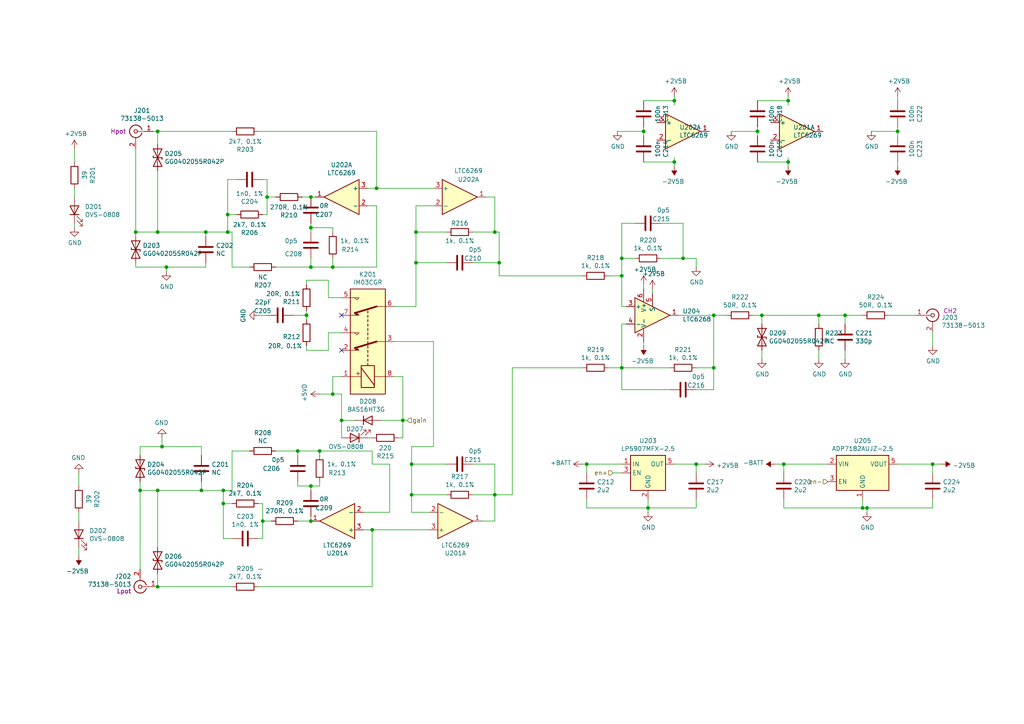
<source format=kicad_sch>
(kicad_sch (version 20211123) (generator eeschema)
  (paper "A4")
  (lib_symbols
    (symbol "Connector:Conn_Coaxial" (pin_names (offset 1.016) hide)
      (property "Reference" "J" (at 0.254 3.048 0))
      (property "Value" "Conn_Coaxial" (at 2.921 0 90))
      (symbol "Conn_Coaxial_0_1"
        (arc (start -1.778 -0.508) (mid 0.222 -1.808) (end 1.778 0) (stroke (width 0.254)))
        (polyline (pts (xy -2.54 0) (xy -0.508 0)))
        (polyline (pts (xy 0 -2.54) (xy 0 -1.778)))
        (circle (center 0 0) (radius 0.508) (stroke (width 0.2032)))
        (arc (start 1.778 0) (mid 0.2221 1.8083) (end -1.778 0.508) (stroke (width 0.254)))
      )
      (symbol "Conn_Coaxial_1_1"
        (pin passive line (at -5.08 0 0) (length 2.54) (name "In") (number "1"))
        (pin passive line (at 0 -5.08 90) (length 2.54) (name "Ext") (number "2"))
      )
    )
    (symbol "Device:C" (pin_numbers hide) (pin_names (offset 0.254))
      (property "Reference" "C" (at 0.635 2.54 0))
      (property "Value" "C" (at 0.635 -2.54 0))
      (symbol "C_0_1"
        (polyline (pts (xy -2.032 -0.762) (xy 2.032 -0.762)) (stroke (width 0.508)))
        (polyline (pts (xy -2.032 0.762) (xy 2.032 0.762)) (stroke (width 0.508)))
      )
      (symbol "C_1_1"
        (pin passive line (at 0 3.81 270) (length 2.794) (name "~") (number "1"))
        (pin passive line (at 0 -3.81 90) (length 2.794) (name "~") (number "2"))
      )
    )
    (symbol "Device:D" (pin_numbers hide) (pin_names (offset 1.016) hide)
      (property "Reference" "D" (at 0 2.54 0))
      (property "Value" "D" (at 0 -2.54 0))
      (symbol "D_0_1"
        (polyline (pts (xy -1.27 1.27) (xy -1.27 -1.27)) (stroke (width 0.254)))
        (polyline (pts (xy 1.27 0) (xy -1.27 0)))
        (polyline (pts (xy 1.27 1.27) (xy 1.27 -1.27) (xy -1.27 0) (xy 1.27 1.27)) (stroke (width 0.254)))
      )
      (symbol "D_1_1"
        (pin passive line (at -3.81 0 0) (length 2.54) (name "K") (number "1"))
        (pin passive line (at 3.81 0 180) (length 2.54) (name "A") (number "2"))
      )
    )
    (symbol "Device:D_TVS" (pin_numbers hide) (pin_names (offset 1.016) hide)
      (property "Reference" "D" (at 0 2.54 0))
      (property "Value" "D_TVS" (at 0 -2.54 0))
      (symbol "D_TVS_0_1"
        (polyline (pts (xy 1.27 0) (xy -1.27 0)))
        (polyline (pts (xy 0.508 1.27) (xy 0 1.27) (xy 0 -1.27) (xy -0.508 -1.27)) (stroke (width 0.254)))
        (polyline (pts (xy -2.54 1.27) (xy -2.54 -1.27) (xy 2.54 1.27) (xy 2.54 -1.27) (xy -2.54 1.27)) (stroke (width 0.254)))
      )
      (symbol "D_TVS_1_1"
        (pin passive line (at -3.81 0 0) (length 2.54) (name "A1") (number "1"))
        (pin passive line (at 3.81 0 180) (length 2.54) (name "A2") (number "2"))
      )
    )
    (symbol "Device:LED" (pin_numbers hide) (pin_names (offset 1.016) hide)
      (property "Reference" "D" (at 0 2.54 0))
      (property "Value" "LED" (at 0 -2.54 0))
      (symbol "LED_0_1"
        (polyline (pts (xy -1.27 -1.27) (xy -1.27 1.27)) (stroke (width 0.254)))
        (polyline (pts (xy -1.27 0) (xy 1.27 0)))
        (polyline (pts (xy 1.27 -1.27) (xy 1.27 1.27) (xy -1.27 0) (xy 1.27 -1.27)) (stroke (width 0.254)))
        (polyline (pts (xy -3.048 -0.762) (xy -4.572 -2.286) (xy -3.81 -2.286) (xy -4.572 -2.286) (xy -4.572 -1.524)))
        (polyline (pts (xy -1.778 -0.762) (xy -3.302 -2.286) (xy -2.54 -2.286) (xy -3.302 -2.286) (xy -3.302 -1.524)))
      )
      (symbol "LED_1_1"
        (pin passive line (at -3.81 0 0) (length 2.54) (name "K") (number "1"))
        (pin passive line (at 3.81 0 180) (length 2.54) (name "A") (number "2"))
      )
    )
    (symbol "Device:R" (pin_numbers hide) (pin_names (offset 0))
      (property "Reference" "R" (at 2.032 0 90))
      (property "Value" "R" (at 0 0 90))
      (symbol "R_0_1"
        (rectangle (start -1.016 -2.54) (end 1.016 2.54) (stroke (width 0.254)))
      )
      (symbol "R_1_1"
        (pin passive line (at 0 3.81 270) (length 1.27) (name "~") (number "1"))
        (pin passive line (at 0 -3.81 90) (length 1.27) (name "~") (number "2"))
      )
    )
    (symbol "Regulator_Linear:ADP7182AUJZ-2.5"
      (property "Reference" "U" (at 0 -7.62 0))
      (property "Value" "ADP7182AUJZ-2.5" (at 0 -6.35 0))
      (symbol "ADP7182AUJZ-2.5_0_1"
        (rectangle (start -7.62 5.08) (end 7.62 -5.08) (stroke (width 0.254)) (fill (type background)))
      )
      (symbol "ADP7182AUJZ-2.5_1_1"
        (pin power_in line (at 0 7.62 270) (length 2.54) (name "GND") (number "1"))
        (pin power_in line (at -10.16 -2.54 0) (length 2.54) (name "VIN") (number "2"))
        (pin input line (at -10.16 2.54 0) (length 2.54) (name "EN") (number "3"))
        (pin no_connect line (at 7.62 0 180) (length 2.54) hide (name "NC") (number "4"))
        (pin power_out line (at 10.16 -2.54 180) (length 2.54) (name "VOUT") (number "5"))
      )
    )
    (symbol "Regulator_Linear:LP5907MFX-2.5"
      (property "Reference" "U" (at -3.81 6.35 0))
      (property "Value" "LP5907MFX-2.5" (at 6.35 6.35 0))
      (symbol "LP5907MFX-2.5_0_1"
        (rectangle (start -5.08 -5.08) (end 5.08 5.08) (stroke (width 0.254)) (fill (type background)))
        (pin power_in line (at -7.62 2.54 0) (length 2.54) (name "IN") (number "1"))
        (pin power_in line (at 0 -7.62 90) (length 2.54) (name "GND") (number "2"))
        (pin input line (at -7.62 0 0) (length 2.54) (name "EN") (number "3"))
        (pin no_connect line (at 5.08 0 180) (length 2.54) hide (name "NC") (number "4"))
        (pin power_out line (at 7.62 2.54 180) (length 2.54) (name "OUT") (number "5"))
      )
    )
    (symbol "power:+5VD" (power) (pin_names (offset 0))
      (property "Value" "+5VD" (at 0 3.556 0))
      (symbol "+5VD_0_1"
        (polyline (pts (xy -0.762 1.27) (xy 0 2.54)))
        (polyline (pts (xy 0 0) (xy 0 2.54)))
        (polyline (pts (xy 0 2.54) (xy 0.762 1.27)))
      )
      (symbol "+5VD_1_1"
        (pin power_in line (at 0 0 90) (length 0) hide (name "+5VD") (number "1"))
      )
    )
    (symbol "power:+BATT" (power) (pin_names (offset 0))
      (property "Value" "+BATT" (at 0 3.556 0))
      (symbol "+BATT_0_1"
        (polyline (pts (xy -0.762 1.27) (xy 0 2.54)))
        (polyline (pts (xy 0 0) (xy 0 2.54)))
        (polyline (pts (xy 0 2.54) (xy 0.762 1.27)))
      )
      (symbol "+BATT_1_1"
        (pin power_in line (at 0 0 90) (length 0) hide (name "+BATT") (number "1"))
      )
    )
    (symbol "power:-BATT" (power) (pin_names (offset 0))
      (property "Value" "-BATT" (at 0 3.556 0))
      (symbol "-BATT_0_1"
        (polyline (pts (xy 0 0) (xy 0 2.54)))
        (polyline (pts (xy 0.762 1.27) (xy -0.762 1.27) (xy 0 2.54) (xy 0.762 1.27)) (fill (type outline)))
      )
      (symbol "-BATT_1_1"
        (pin power_in line (at 0 0 90) (length 0) hide (name "-BATT") (number "1"))
      )
    )
    (symbol "power:GND" (power) (pin_names (offset 0))
      (property "Value" "GND" (at 0 -3.81 0))
      (symbol "GND_0_1"
        (polyline (pts (xy 0 0) (xy 0 -1.27) (xy 1.27 -1.27) (xy 0 -2.54) (xy -1.27 -1.27) (xy 0 -1.27)))
      )
      (symbol "GND_1_1"
        (pin power_in line (at 0 0 270) (length 0) hide (name "GND") (number "1"))
      )
    )
    (symbol "tiepieLCR:+2V5B" (power) (pin_names (offset 0))
      (property "Value" "+2V5B" (at 0 3.556 0))
      (symbol "+2V5B_0_1"
        (polyline (pts (xy -0.762 1.27) (xy 0 2.54)))
        (polyline (pts (xy 0 0) (xy 0 2.54)))
        (polyline (pts (xy 0 2.54) (xy 0.762 1.27)))
      )
      (symbol "+2V5B_1_1"
        (pin power_in line (at 0 0 90) (length 0) hide (name "+2V5B") (number "1"))
      )
    )
    (symbol "tiepieLCR:-2V5B" (power) (pin_names (offset 0))
      (property "Value" "-2V5B" (at 0 3.81 0))
      (symbol "-2V5B_0_0"
        (pin power_in line (at 0 0 90) (length 0) hide (name "-2V5B") (number "1"))
      )
      (symbol "-2V5B_0_1"
        (polyline (pts (xy 0 0) (xy 0 1.27) (xy 0.762 1.27) (xy 0 2.54) (xy -0.762 1.27) (xy 0 1.27)) (fill (type outline)))
      )
    )
    (symbol "tiepieLCR:1462039-4"
      (property "Reference" "K" (at 16.51 3.81 0))
      (property "Value" "1462039-4" (at 16.51 1.27 0))
      (symbol "1462039-4_0_0"
        (text "+" (at -9.271 2.921 0) (effects (font (size 1.27 1.27))))
      )
      (symbol "1462039-4_0_1"
        (rectangle (start -15.24 5.08) (end 15.24 -5.08) (stroke (width 0.254)) (fill (type background)))
        (rectangle (start -13.335 1.905) (end -6.985 -1.905) (stroke (width 0.254)))
        (polyline (pts (xy -12.7 -1.905) (xy -7.62 1.905)) (stroke (width 0.254)))
        (polyline (pts (xy -10.16 -5.08) (xy -10.16 -1.905)))
        (polyline (pts (xy -10.16 5.08) (xy -10.16 1.905)))
        (polyline (pts (xy -6.985 0) (xy -6.35 0)) (stroke (width 0.254)))
        (polyline (pts (xy -5.715 0) (xy -5.08 0)) (stroke (width 0.254)))
        (polyline (pts (xy -4.445 0) (xy -3.81 0)) (stroke (width 0.254)))
        (polyline (pts (xy -3.175 0) (xy -2.54 0)) (stroke (width 0.254)))
        (polyline (pts (xy -1.905 0) (xy -1.27 0)) (stroke (width 0.254)))
        (polyline (pts (xy -0.635 0) (xy 0 0)) (stroke (width 0.254)))
        (polyline (pts (xy 0 -2.54) (xy -1.905 3.81)) (stroke (width 0.508)))
        (polyline (pts (xy 0 -2.54) (xy 0 -5.08)))
        (polyline (pts (xy 0.635 0) (xy 1.27 0)) (stroke (width 0.254)))
        (polyline (pts (xy 1.905 0) (xy 2.54 0)) (stroke (width 0.254)))
        (polyline (pts (xy 3.175 0) (xy 3.81 0)) (stroke (width 0.254)))
        (polyline (pts (xy 4.445 0) (xy 5.08 0)) (stroke (width 0.254)))
        (polyline (pts (xy 5.715 0) (xy 6.35 0)) (stroke (width 0.254)))
        (polyline (pts (xy 6.985 0) (xy 7.62 0)) (stroke (width 0.254)))
        (polyline (pts (xy 8.255 0) (xy 8.89 0)) (stroke (width 0.254)))
        (polyline (pts (xy 10.16 -2.54) (xy 8.255 3.81)) (stroke (width 0.508)))
        (polyline (pts (xy 10.16 -2.54) (xy 10.16 -5.08)))
        (polyline (pts (xy -2.54 5.08) (xy -2.54 2.54) (xy -1.905 3.175) (xy -2.54 3.81)) (fill (type outline)))
        (polyline (pts (xy 2.54 5.08) (xy 2.54 2.54) (xy 1.905 3.175) (xy 2.54 3.81)))
        (polyline (pts (xy 7.62 5.08) (xy 7.62 2.54) (xy 8.255 3.175) (xy 7.62 3.81)) (fill (type outline)))
        (polyline (pts (xy 12.7 5.08) (xy 12.7 2.54) (xy 12.065 3.175) (xy 12.7 3.81)))
      )
      (symbol "1462039-4_1_1"
        (pin passive line (at -10.16 7.62 270) (length 2.54) (name "~") (number "1"))
        (pin passive line (at -2.54 7.62 270) (length 2.54) (name "~") (number "2"))
        (pin passive line (at 0 -7.62 90) (length 2.54) (name "~") (number "3"))
        (pin passive line (at 2.54 7.62 270) (length 2.54) (name "~") (number "4"))
        (pin passive line (at 12.7 7.62 270) (length 2.54) (name "~") (number "5"))
        (pin passive line (at 10.16 -7.62 90) (length 2.54) (name "~") (number "6"))
        (pin passive line (at 7.62 7.62 270) (length 2.54) (name "~") (number "7"))
        (pin passive line (at -10.16 -7.62 90) (length 2.54) (name "~") (number "8"))
      )
    )
    (symbol "tiepieLCR:LTC6268" (pin_names (offset 0.127))
      (property "Reference" "U" (at 1.27 6.35 0))
      (property "Value" "LTC6268" (at 1.27 3.81 0))
      (symbol "LTC6268_0_1"
        (polyline (pts (xy -5.08 5.08) (xy 5.08 0) (xy -5.08 -5.08) (xy -5.08 5.08)) (stroke (width 0.254)) (fill (type background)))
        (pin power_in line (at -2.54 -7.62 90) (length 3.81) (name "V-") (number "2"))
        (pin power_in line (at -2.54 7.62 270) (length 3.81) (name "V+") (number "6"))
      )
      (symbol "LTC6268_1_1"
        (pin output line (at 7.62 0 180) (length 2.54) (name "~") (number "1"))
        (pin input line (at -7.62 2.54 0) (length 2.54) (name "+") (number "3"))
        (pin input line (at -7.62 -2.54 0) (length 2.54) (name "-") (number "4"))
        (pin power_in line (at 0 6.35 270) (length 3.81) (name "S") (number "5"))
      )
    )
    (symbol "tiepieLCR:LTC6269" (pin_names (offset 0.127))
      (property "Reference" "U" (at 0 5.08 0))
      (property "Value" "LTC6269" (at 0 -5.08 0))
      (symbol "LTC6269_1_1"
        (polyline (pts (xy -5.08 5.08) (xy 5.08 0) (xy -5.08 -5.08) (xy -5.08 5.08)) (stroke (width 0.254)) (fill (type background)))
        (pin output line (at 7.62 0 180) (length 2.54) (name "~") (number "1"))
        (pin input line (at -7.62 -2.54 0) (length 2.54) (name "-") (number "2"))
        (pin input line (at -7.62 2.54 0) (length 2.54) (name "+") (number "3"))
      )
      (symbol "LTC6269_2_1"
        (polyline (pts (xy -5.08 5.08) (xy 5.08 0) (xy -5.08 -5.08) (xy -5.08 5.08)) (stroke (width 0.254)) (fill (type background)))
        (pin input line (at -7.62 2.54 0) (length 2.54) (name "+") (number "5"))
        (pin input line (at -7.62 -2.54 0) (length 2.54) (name "-") (number "6"))
        (pin output line (at 7.62 0 180) (length 2.54) (name "~") (number "7"))
      )
      (symbol "LTC6269_3_1"
        (pin power_in line (at -2.54 -7.62 90) (length 3.81) (name "V-") (number "4"))
        (pin power_in line (at -2.54 7.62 270) (length 3.81) (name "V+") (number "8"))
      )
    )
    (symbol "tiepieLCR:LTC6269-10" (pin_names (offset 0.127))
      (property "Reference" "U" (at 0 5.08 0))
      (property "Value" "LTC6269-10" (at 0 -5.08 0))
      (symbol "LTC6269-10_1_1"
        (polyline (pts (xy -5.08 5.08) (xy 5.08 0) (xy -5.08 -5.08) (xy -5.08 5.08)) (stroke (width 0.254)) (fill (type background)))
        (pin output line (at 7.62 0 180) (length 2.54) (name "~") (number "1"))
        (pin input line (at -7.62 -2.54 0) (length 2.54) (name "-") (number "2"))
        (pin input line (at -7.62 2.54 0) (length 2.54) (name "+") (number "3"))
      )
      (symbol "LTC6269-10_2_1"
        (polyline (pts (xy -5.08 5.08) (xy 5.08 0) (xy -5.08 -5.08) (xy -5.08 5.08)) (stroke (width 0.254)) (fill (type background)))
        (pin input line (at -7.62 2.54 0) (length 2.54) (name "+") (number "5"))
        (pin input line (at -7.62 -2.54 0) (length 2.54) (name "-") (number "6"))
        (pin output line (at 7.62 0 180) (length 2.54) (name "~") (number "7"))
      )
      (symbol "LTC6269-10_3_1"
        (pin power_in line (at -2.54 -7.62 90) (length 3.81) (name "V-") (number "4"))
        (pin power_in line (at -2.54 7.62 270) (length 3.81) (name "V+") (number "8"))
      )
    )
  )
  (junction (at 144.78 76.2))
  (junction (at 77.47 57.15))
  (junction (at 64.77 142.24))
  (junction (at 228.6 46.99))
  (junction (at 45.72 38.1))
  (junction (at 228.6 29.21))
  (junction (at 45.72 170.18))
  (junction (at 237.49 91.44))
  (junction (at 180.34 80.01))
  (junction (at 86.36 130.81))
  (junction (at 88.9 91.44))
  (junction (at 45.72 67.31))
  (junction (at 40.64 142.24))
  (junction (at 260.35 38.1))
  (junction (at 180.34 74.93))
  (junction (at 90.17 77.47))
  (junction (at 143.51 67.31))
  (junction (at 219.71 38.1))
  (junction (at 48.26 77.47))
  (junction (at 207.01 106.68))
  (junction (at 90.17 57.15))
  (junction (at 180.34 106.68))
  (junction (at 120.65 76.2))
  (junction (at 245.11 91.44))
  (junction (at 96.52 77.47))
  (junction (at 39.37 67.31))
  (junction (at 120.65 67.31))
  (junction (at 107.95 153.67))
  (junction (at 90.17 66.04))
  (junction (at 201.93 134.62))
  (junction (at 58.42 142.24))
  (junction (at 119.38 143.51))
  (junction (at 170.18 134.62))
  (junction (at 207.01 91.44))
  (junction (at 220.98 91.44))
  (junction (at 227.33 134.62))
  (junction (at 195.58 46.99))
  (junction (at 250.19 147.32))
  (junction (at 64.77 146.05))
  (junction (at 195.58 29.21))
  (junction (at 270.51 134.62))
  (junction (at 96.52 114.3))
  (junction (at 143.51 143.51))
  (junction (at 90.17 140.97))
  (junction (at 76.2 151.13))
  (junction (at 92.71 130.81))
  (junction (at 66.04 62.23))
  (junction (at 119.38 134.62))
  (junction (at 45.72 142.24))
  (junction (at 90.17 151.13))
  (junction (at 251.46 147.32))
  (junction (at 187.96 147.32))
  (junction (at 99.06 121.92))
  (junction (at 59.69 67.31))
  (junction (at 46.99 129.54))
  (junction (at 198.12 74.93))
  (junction (at 116.84 121.92))
  (junction (at 109.22 54.61))
  (junction (at 186.69 38.1))
  (junction (at 66.04 67.31))
  (no_connect (at 99.06 101.6))
  (no_connect (at 99.06 91.44))
  (wire (pts (xy 77.47 57.15) (xy 80.01 57.15)))
  (wire (pts (xy 107.95 134.62) (xy 107.95 130.81)))
  (wire (pts (xy 170.18 134.62) (xy 180.34 134.62)))
  (wire (pts (xy 115.57 127) (xy 116.84 127)))
  (wire (pts (xy 48.26 77.47) (xy 59.69 77.47)))
  (wire (pts (xy 186.69 100.33) (xy 186.69 99.06)))
  (wire (pts (xy 113.03 134.62) (xy 113.03 148.59)))
  (wire (pts (xy 189.23 83.82) (xy 189.23 85.09)))
  (wire (pts (xy 22.86 151.13) (xy 22.86 148.59)))
  (wire (pts (xy 90.17 142.24) (xy 90.17 140.97)))
  (wire (pts (xy 95.25 86.36) (xy 95.25 81.28)))
  (wire (pts (xy 119.38 148.59) (xy 124.46 148.59)))
  (wire (pts (xy 64.77 146.05) (xy 64.77 156.21)))
  (wire (pts (xy 66.04 62.23) (xy 66.04 52.07)))
  (wire (pts (xy 66.04 52.07) (xy 68.58 52.07)))
  (wire (pts (xy 260.35 46.99) (xy 260.35 48.26)))
  (wire (pts (xy 90.17 140.97) (xy 92.71 140.97)))
  (wire (pts (xy 120.65 67.31) (xy 129.54 67.31)))
  (wire (pts (xy 181.61 93.98) (xy 180.34 93.98)))
  (wire (pts (xy 67.31 142.24) (xy 64.77 142.24)))
  (wire (pts (xy 96.52 109.22) (xy 99.06 109.22)))
  (wire (pts (xy 92.71 130.81) (xy 107.95 130.81)))
  (wire (pts (xy 186.69 38.1) (xy 186.69 39.37)))
  (wire (pts (xy 45.72 158.75) (xy 45.72 142.24)))
  (wire (pts (xy 21.59 64.77) (xy 21.59 66.04)))
  (wire (pts (xy 270.51 96.52) (xy 270.51 100.33)))
  (wire (pts (xy 144.78 80.01) (xy 144.78 76.2)))
  (wire (pts (xy 143.51 143.51) (xy 148.59 143.51)))
  (wire (pts (xy 86.36 140.97) (xy 90.17 140.97)))
  (wire (pts (xy 45.72 67.31) (xy 59.69 67.31)))
  (wire (pts (xy 218.44 91.44) (xy 220.98 91.44)))
  (wire (pts (xy 86.36 140.97) (xy 86.36 139.7)))
  (wire (pts (xy 228.6 29.21) (xy 228.6 27.94)))
  (wire (pts (xy 120.65 67.31) (xy 120.65 76.2)))
  (wire (pts (xy 124.46 153.67) (xy 107.95 153.67)))
  (wire (pts (xy 201.93 106.68) (xy 207.01 106.68)))
  (wire (pts (xy 180.34 74.93) (xy 184.15 74.93)))
  (wire (pts (xy 77.47 57.15) (xy 77.47 52.07)))
  (wire (pts (xy 186.69 38.1) (xy 179.07 38.1)))
  (wire (pts (xy 181.61 88.9) (xy 180.34 88.9)))
  (wire (pts (xy 270.51 134.62) (xy 270.51 137.16)))
  (wire (pts (xy 77.47 62.23) (xy 77.47 57.15)))
  (wire (pts (xy 99.06 127) (xy 99.06 121.92)))
  (wire (pts (xy 40.64 129.54) (xy 40.64 132.08)))
  (wire (pts (xy 90.17 67.31) (xy 90.17 66.04)))
  (wire (pts (xy 201.93 147.32) (xy 187.96 147.32)))
  (wire (pts (xy 270.51 144.78) (xy 270.51 147.32)))
  (wire (pts (xy 96.52 77.47) (xy 90.17 77.47)))
  (wire (pts (xy 76.2 156.21) (xy 74.93 156.21)))
  (wire (pts (xy 228.6 46.99) (xy 228.6 48.26)))
  (wire (pts (xy 237.49 91.44) (xy 237.49 93.98)))
  (wire (pts (xy 58.42 129.54) (xy 58.42 132.08)))
  (wire (pts (xy 90.17 66.04) (xy 90.17 64.77)))
  (wire (pts (xy 114.3 109.22) (xy 116.84 109.22)))
  (wire (pts (xy 95.25 81.28) (xy 88.9 81.28)))
  (wire (pts (xy 45.72 170.18) (xy 67.31 170.18)))
  (wire (pts (xy 219.71 36.83) (xy 219.71 38.1)))
  (wire (pts (xy 260.35 134.62) (xy 270.51 134.62)))
  (wire (pts (xy 59.69 67.31) (xy 66.04 67.31)))
  (wire (pts (xy 180.34 93.98) (xy 180.34 106.68)))
  (wire (pts (xy 180.34 106.68) (xy 194.31 106.68)))
  (wire (pts (xy 201.93 144.78) (xy 201.93 147.32)))
  (wire (pts (xy 45.72 38.1) (xy 67.31 38.1)))
  (wire (pts (xy 148.59 106.68) (xy 168.91 106.68)))
  (wire (pts (xy 170.18 147.32) (xy 187.96 147.32)))
  (wire (pts (xy 227.33 147.32) (xy 250.19 147.32)))
  (wire (pts (xy 119.38 134.62) (xy 119.38 143.51)))
  (wire (pts (xy 96.52 114.3) (xy 92.71 114.3)))
  (wire (pts (xy 22.86 158.75) (xy 22.86 161.29)))
  (wire (pts (xy 88.9 100.33) (xy 88.9 101.6)))
  (wire (pts (xy 195.58 46.99) (xy 186.69 46.99)))
  (wire (pts (xy 137.16 134.62) (xy 143.51 134.62)))
  (wire (pts (xy 96.52 74.93) (xy 96.52 77.47)))
  (wire (pts (xy 88.9 92.71) (xy 88.9 91.44)))
  (wire (pts (xy 46.99 129.54) (xy 58.42 129.54)))
  (wire (pts (xy 99.06 121.92) (xy 102.87 121.92)))
  (wire (pts (xy 95.25 86.36) (xy 99.06 86.36)))
  (wire (pts (xy 22.86 140.97) (xy 22.86 137.16)))
  (wire (pts (xy 45.72 49.53) (xy 45.72 67.31)))
  (wire (pts (xy 109.22 54.61) (xy 109.22 38.1)))
  (wire (pts (xy 90.17 57.15) (xy 91.44 57.15)))
  (wire (pts (xy 260.35 36.83) (xy 260.35 38.1)))
  (wire (pts (xy 143.51 134.62) (xy 143.51 143.51)))
  (wire (pts (xy 228.6 30.48) (xy 228.6 29.21)))
  (wire (pts (xy 144.78 80.01) (xy 168.91 80.01)))
  (wire (pts (xy 96.52 114.3) (xy 96.52 109.22)))
  (wire (pts (xy 198.12 64.77) (xy 198.12 74.93)))
  (wire (pts (xy 186.69 29.21) (xy 195.58 29.21)))
  (wire (pts (xy 95.25 101.6) (xy 95.25 96.52)))
  (wire (pts (xy 196.85 91.44) (xy 207.01 91.44)))
  (wire (pts (xy 251.46 148.59) (xy 251.46 147.32)))
  (wire (pts (xy 245.11 101.6) (xy 245.11 104.14)))
  (wire (pts (xy 224.79 134.62) (xy 227.33 134.62)))
  (wire (pts (xy 86.36 151.13) (xy 90.17 151.13)))
  (wire (pts (xy 260.35 38.1) (xy 252.73 38.1)))
  (wire (pts (xy 250.19 91.44) (xy 245.11 91.44)))
  (wire (pts (xy 74.93 170.18) (xy 107.95 170.18)))
  (wire (pts (xy 137.16 143.51) (xy 143.51 143.51)))
  (wire (pts (xy 116.84 121.92) (xy 118.11 121.92)))
  (wire (pts (xy 195.58 45.72) (xy 195.58 46.99)))
  (wire (pts (xy 144.78 76.2) (xy 144.78 67.31)))
  (wire (pts (xy 21.59 46.99) (xy 21.59 43.18)))
  (wire (pts (xy 77.47 52.07) (xy 76.2 52.07)))
  (wire (pts (xy 90.17 74.93) (xy 90.17 77.47)))
  (wire (pts (xy 180.34 106.68) (xy 180.34 113.03)))
  (wire (pts (xy 125.73 99.06) (xy 125.73 129.54)))
  (wire (pts (xy 220.98 91.44) (xy 237.49 91.44)))
  (wire (pts (xy 99.06 96.52) (xy 95.25 96.52)))
  (wire (pts (xy 39.37 68.58) (xy 39.37 67.31)))
  (wire (pts (xy 201.93 113.03) (xy 207.01 113.03)))
  (wire (pts (xy 137.16 76.2) (xy 144.78 76.2)))
  (wire (pts (xy 129.54 143.51) (xy 119.38 143.51)))
  (wire (pts (xy 59.69 68.58) (xy 59.69 67.31)))
  (wire (pts (xy 40.64 139.7) (xy 40.64 142.24)))
  (wire (pts (xy 237.49 91.44) (xy 245.11 91.44)))
  (wire (pts (xy 67.31 146.05) (xy 64.77 146.05)))
  (wire (pts (xy 110.49 121.92) (xy 116.84 121.92)))
  (wire (pts (xy 195.58 134.62) (xy 201.93 134.62)))
  (wire (pts (xy 137.16 67.31) (xy 143.51 67.31)))
  (wire (pts (xy 86.36 130.81) (xy 92.71 130.81)))
  (wire (pts (xy 187.96 144.78) (xy 187.96 147.32)))
  (wire (pts (xy 105.41 148.59) (xy 113.03 148.59)))
  (wire (pts (xy 120.65 59.69) (xy 120.65 67.31)))
  (wire (pts (xy 186.69 82.55) (xy 186.69 83.82)))
  (wire (pts (xy 180.34 88.9) (xy 180.34 80.01)))
  (wire (pts (xy 107.95 153.67) (xy 107.95 170.18)))
  (wire (pts (xy 195.58 46.99) (xy 195.58 48.26)))
  (wire (pts (xy 92.71 140.97) (xy 92.71 139.7)))
  (wire (pts (xy 64.77 156.21) (xy 67.31 156.21)))
  (wire (pts (xy 68.58 62.23) (xy 66.04 62.23)))
  (wire (pts (xy 120.65 59.69) (xy 125.73 59.69)))
  (wire (pts (xy 180.34 137.16) (xy 177.8 137.16)))
  (wire (pts (xy 143.51 67.31) (xy 143.51 57.15)))
  (wire (pts (xy 77.47 91.44) (xy 74.93 91.44)))
  (wire (pts (xy 251.46 147.32) (xy 270.51 147.32)))
  (wire (pts (xy 40.64 165.1) (xy 40.64 142.24)))
  (wire (pts (xy 109.22 77.47) (xy 109.22 59.69)))
  (wire (pts (xy 66.04 67.31) (xy 67.31 67.31)))
  (wire (pts (xy 90.17 66.04) (xy 96.52 66.04)))
  (wire (pts (xy 219.71 38.1) (xy 212.09 38.1)))
  (wire (pts (xy 59.69 77.47) (xy 59.69 76.2)))
  (wire (pts (xy 170.18 144.78) (xy 170.18 147.32)))
  (wire (pts (xy 66.04 67.31) (xy 66.04 62.23)))
  (wire (pts (xy 80.01 77.47) (xy 90.17 77.47)))
  (wire (pts (xy 87.63 57.15) (xy 90.17 57.15)))
  (wire (pts (xy 85.09 91.44) (xy 88.9 91.44)))
  (wire (pts (xy 207.01 91.44) (xy 207.01 106.68)))
  (wire (pts (xy 219.71 29.21) (xy 228.6 29.21)))
  (wire (pts (xy 237.49 101.6) (xy 237.49 104.14)))
  (wire (pts (xy 88.9 101.6) (xy 95.25 101.6)))
  (wire (pts (xy 58.42 139.7) (xy 58.42 142.24)))
  (wire (pts (xy 67.31 67.31) (xy 67.31 77.47)))
  (wire (pts (xy 170.18 137.16) (xy 170.18 134.62)))
  (wire (pts (xy 227.33 144.78) (xy 227.33 147.32)))
  (wire (pts (xy 64.77 142.24) (xy 64.77 146.05)))
  (wire (pts (xy 67.31 77.47) (xy 72.39 77.47)))
  (wire (pts (xy 45.72 38.1) (xy 44.45 38.1)))
  (wire (pts (xy 191.77 74.93) (xy 198.12 74.93)))
  (wire (pts (xy 120.65 76.2) (xy 120.65 88.9)))
  (wire (pts (xy 265.43 91.44) (xy 257.81 91.44)))
  (wire (pts (xy 143.51 57.15) (xy 140.97 57.15)))
  (wire (pts (xy 106.68 59.69) (xy 109.22 59.69)))
  (wire (pts (xy 125.73 54.61) (xy 109.22 54.61)))
  (wire (pts (xy 227.33 134.62) (xy 240.03 134.62)))
  (wire (pts (xy 186.69 36.83) (xy 186.69 38.1)))
  (wire (pts (xy 39.37 77.47) (xy 48.26 77.47)))
  (wire (pts (xy 74.93 146.05) (xy 76.2 146.05)))
  (wire (pts (xy 39.37 43.18) (xy 39.37 67.31)))
  (wire (pts (xy 180.34 74.93) (xy 180.34 64.77)))
  (wire (pts (xy 176.53 106.68) (xy 180.34 106.68)))
  (wire (pts (xy 39.37 76.2) (xy 39.37 77.47)))
  (wire (pts (xy 125.73 129.54) (xy 119.38 129.54)))
  (wire (pts (xy 76.2 151.13) (xy 76.2 156.21)))
  (wire (pts (xy 201.93 77.47) (xy 201.93 74.93)))
  (wire (pts (xy 109.22 77.47) (xy 96.52 77.47)))
  (wire (pts (xy 99.06 114.3) (xy 99.06 121.92)))
  (wire (pts (xy 74.93 165.1) (xy 76.2 165.1)))
  (wire (pts (xy 198.12 74.93) (xy 201.93 74.93)))
  (wire (pts (xy 116.84 109.22) (xy 116.84 121.92)))
  (wire (pts (xy 119.38 129.54) (xy 119.38 134.62)))
  (wire (pts (xy 148.59 106.68) (xy 148.59 143.51)))
  (wire (pts (xy 67.31 130.81) (xy 67.31 142.24)))
  (wire (pts (xy 220.98 101.6) (xy 220.98 104.14)))
  (wire (pts (xy 180.34 80.01) (xy 180.34 74.93)))
  (wire (pts (xy 250.19 147.32) (xy 251.46 147.32)))
  (wire (pts (xy 116.84 121.92) (xy 116.84 127)))
  (wire (pts (xy 58.42 142.24) (xy 64.77 142.24)))
  (wire (pts (xy 168.91 134.62) (xy 170.18 134.62)))
  (wire (pts (xy 143.51 151.13) (xy 139.7 151.13)))
  (wire (pts (xy 260.35 38.1) (xy 260.35 39.37)))
  (wire (pts (xy 80.01 130.81) (xy 86.36 130.81)))
  (wire (pts (xy 144.78 67.31) (xy 143.51 67.31)))
  (wire (pts (xy 143.51 143.51) (xy 143.51 151.13)))
  (wire (pts (xy 228.6 46.99) (xy 219.71 46.99)))
  (wire (pts (xy 201.93 134.62) (xy 204.47 134.62)))
  (wire (pts (xy 45.72 41.91) (xy 45.72 38.1)))
  (wire (pts (xy 219.71 38.1) (xy 219.71 39.37)))
  (wire (pts (xy 109.22 54.61) (xy 106.68 54.61)))
  (wire (pts (xy 86.36 130.81) (xy 86.36 132.08)))
  (wire (pts (xy 270.51 134.62) (xy 273.05 134.62)))
  (wire (pts (xy 45.72 166.37) (xy 45.72 170.18)))
  (wire (pts (xy 227.33 134.62) (xy 227.33 137.16)))
  (wire (pts (xy 113.03 134.62) (xy 107.95 134.62)))
  (wire (pts (xy 72.39 130.81) (xy 67.31 130.81)))
  (wire (pts (xy 220.98 93.98) (xy 220.98 91.44)))
  (wire (pts (xy 88.9 91.44) (xy 88.9 90.17)))
  (wire (pts (xy 129.54 134.62) (xy 119.38 134.62)))
  (wire (pts (xy 45.72 142.24) (xy 58.42 142.24)))
  (wire (pts (xy 180.34 113.03) (xy 194.31 113.03)))
  (wire (pts (xy 245.11 93.98) (xy 245.11 91.44)))
  (wire (pts (xy 106.68 127) (xy 107.95 127)))
  (wire (pts (xy 180.34 64.77) (xy 184.15 64.77)))
  (wire (pts (xy 39.37 67.31) (xy 45.72 67.31)))
  (wire (pts (xy 250.19 144.78) (xy 250.19 147.32)))
  (wire (pts (xy 260.35 29.21) (xy 260.35 27.94)))
  (wire (pts (xy 195.58 30.48) (xy 195.58 29.21)))
  (wire (pts (xy 74.93 38.1) (xy 109.22 38.1)))
  (wire (pts (xy 114.3 88.9) (xy 120.65 88.9)))
  (wire (pts (xy 40.64 129.54) (xy 46.99 129.54)))
  (wire (pts (xy 119.38 143.51) (xy 119.38 148.59)))
  (wire (pts (xy 207.01 113.03) (xy 207.01 106.68)))
  (wire (pts (xy 114.3 99.06) (xy 125.73 99.06)))
  (wire (pts (xy 129.54 76.2) (xy 120.65 76.2)))
  (wire (pts (xy 21.59 57.15) (xy 21.59 54.61)))
  (wire (pts (xy 48.26 78.74) (xy 48.26 77.47)))
  (wire (pts (xy 187.96 148.59) (xy 187.96 147.32)))
  (wire (pts (xy 96.52 114.3) (xy 99.06 114.3)))
  (wire (pts (xy 180.34 80.01) (xy 176.53 80.01)))
  (wire (pts (xy 92.71 132.08) (xy 92.71 130.81)))
  (wire (pts (xy 107.95 153.67) (xy 105.41 153.67)))
  (wire (pts (xy 76.2 151.13) (xy 78.74 151.13)))
  (wire (pts (xy 195.58 29.21) (xy 195.58 27.94)))
  (wire (pts (xy 46.99 127) (xy 46.99 129.54)))
  (wire (pts (xy 76.2 62.23) (xy 77.47 62.23)))
  (wire (pts (xy 201.93 137.16) (xy 201.93 134.62)))
  (wire (pts (xy 90.17 149.86) (xy 90.17 151.13)))
  (wire (pts (xy 96.52 67.31) (xy 96.52 66.04)))
  (wire (pts (xy 228.6 45.72) (xy 228.6 46.99)))
  (wire (pts (xy 40.64 142.24) (xy 45.72 142.24)))
  (wire (pts (xy 88.9 81.28) (xy 88.9 82.55)))
  (wire (pts (xy 76.2 146.05) (xy 76.2 151.13)))
  (wire (pts (xy 207.01 91.44) (xy 210.82 91.44)))
  (wire (pts (xy 191.77 64.77) (xy 198.12 64.77)))
  (hierarchical_label "gain" (shape input) (at 118.11 121.92 0))
  (hierarchical_label "en-" (shape input) (at 240.03 139.7 180))
  (hierarchical_label "en+" (shape input) (at 177.8 137.16 180))
  (symbol (lib_id "tiepieLCR:+2V5B") (at 195.58 27.94 0) (unit 1)
    (property "Reference" "#PWR0215" (effects hide))
    (property "Value" "+2V5B" (at 195.961 23.5458 0))
  )
  (symbol (lib_id "tiepieLCR:+2V5B") (at 260.35 27.94 0) (unit 1)
    (property "Reference" "#PWR0228" (effects hide))
    (property "Value" "+2V5B" (at 260.731 23.5458 0))
  )
  (symbol (lib_id "tiepieLCR:+2V5B") (at 228.6 27.94 0) (unit 1)
    (property "Reference" "#PWR0222" (effects hide))
    (property "Value" "+2V5B" (at 228.981 23.5458 0))
  )
  (symbol (lib_id "tiepieLCR:-2V5B") (at 195.58 48.26 180) (unit 1)
    (property "Reference" "#PWR0216" (effects hide))
    (property "Value" "-2V5B" (at 195.199 52.6542 0))
  )
  (symbol (lib_id "tiepieLCR:-2V5B") (at 228.6 48.26 180) (unit 1)
    (property "Reference" "#PWR0223" (effects hide))
    (property "Value" "-2V5B" (at 228.219 52.6542 0))
  )
  (symbol (lib_id "tiepieLCR:-2V5B") (at 260.35 48.26 180) (unit 1)
    (property "Reference" "#PWR0229" (effects hide))
    (property "Value" "-2V5B" (at 259.969 52.6542 0))
  )
  (symbol (lib_id "tiepieLCR:1462039-4") (at 106.68 99.06 90) (unit 1)
    (property "Reference" "K201" (at 106.68 79.5782 90))
    (property "Value" "IM03CGR" (at 106.68 81.8896 90))
    (property "Footprint" "tiepieLCR:1462039-4" (effects hide))
  )
  (symbol (lib_id "Device:R") (at 254 91.44 270) (unit 1)
    (property "Reference" "R224" (at 254 86.1822 90))
    (property "Value" "50R, 0.1%" (at 254 88.4936 90))
    (property "Footprint" "Resistor_SMD:R_0603_1608Metric" (effects hide))
    (property "Name" "RC0603JR-070RL" (effects hide))
  )
  (symbol (lib_id "power:+5VD") (at 92.71 114.3 90) (unit 1)
    (property "Reference" "#PWR0208" (effects hide))
    (property "Value" "+5VD" (at 88.3158 113.919 0))
  )
  (symbol (lib_id "tiepieLCR:LTC6269-10") (at 97.79 151.13 180)
    (property "Reference" "U201" (at 97.79 160.4518 0))
    (property "Value" "LTC6269" (at 97.79 158.1404 0))
    (property "Footprint" "Package_SO:MSOP-8_3x3mm_P0.65mm" (effects hide))
    (property "Datasheet" "http://www.ti.com/lit/ds/symlink/lm358.pdf" (effects hide))
  )
  (symbol (lib_id "tiepieLCR:LTC6269-10") (at 132.08 151.13 0) (mirror x)
    (property "Reference" "U201" (at 132.08 160.4518 0))
    (property "Value" "LTC6269" (at 132.08 158.1404 0))
    (property "Footprint" "Package_SO:MSOP-8_3x3mm_P0.65mm" (effects hide))
    (property "Datasheet" "http://www.ti.com/lit/ds/symlink/lm358.pdf" (effects hide))
  )
  (symbol (lib_id "Device:R") (at 88.9 86.36 180)
    (property "Reference" "R211" (at 87.122 87.5284 0) (effects (justify left)))
    (property "Value" "20R, 0.1%" (at 87.122 85.217 0) (effects (justify left)))
    (property "Footprint" "Resistor_SMD:R_0603_1608Metric_Pad1.05x0.95mm_HandSolder" (effects hide))
    (property "Name" "RT0603BRD0720RL" (effects hide))
  )
  (symbol (lib_id "Device:R") (at 133.35 67.31 270)
    (property "Reference" "R216" (at 133.35 64.77 90))
    (property "Value" "1k, 0.1%" (at 133.35 69.85 90))
    (property "Footprint" "Resistor_SMD:R_0603_1608Metric" (effects hide))
    (property "Name" "ERJ-PB3B1001V" (effects hide))
  )
  (symbol (lib_id "Device:R") (at 133.35 143.51 270)
    (property "Reference" "R217" (at 133.35 138.2522 90))
    (property "Value" "1k, 0.1%" (at 133.35 140.5636 90))
    (property "Footprint" "Resistor_SMD:R_0603_1608Metric" (effects hide))
    (property "Name" "ERJ-PB3B1001V" (effects hide))
  )
  (symbol (lib_id "tiepieLCR:LTC6269") (at 99.06 57.15 0) (mirror y)
    (property "Reference" "U202" (at 99.06 47.8282 0))
    (property "Value" "LTC6269" (at 99.06 50.1396 0))
    (property "Footprint" "Package_SO:MSOP-8_3x3mm_P0.65mm" (effects hide))
    (property "Datasheet" "http://www.ti.com/lit/ds/symlink/lm358.pdf" (effects hide))
  )
  (symbol (lib_id "tiepieLCR:LTC6269") (at 133.35 57.15 0)
    (property "Reference" "U202" (at 135.89 52.07 0))
    (property "Value" "LTC6269" (at 135.89 49.53 0))
    (property "Footprint" "Package_SO:MSOP-8_3x3mm_P0.65mm" (effects hide))
    (property "Datasheet" "http://www.ti.com/lit/ds/symlink/lm358.pdf" (effects hide))
  )
  (symbol (lib_id "Device:R") (at 71.12 146.05 270)
    (property "Reference" "R204" (at 71.12 140.7922 90))
    (property "Value" "2k7, 0.1%" (at 71.12 143.1036 90))
    (property "Footprint" "Resistor_SMD:R_0603_1608Metric_Pad1.05x0.95mm_HandSolder" (effects hide))
    (property "Name" "ERJ-PB3B2701V" (effects hide))
  )
  (symbol (lib_id "Device:R") (at 82.55 151.13 270)
    (property "Reference" "R209" (at 82.55 145.8722 90))
    (property "Value" "270R, 0.1%" (at 82.55 148.1836 90))
    (property "Footprint" "Resistor_SMD:R_0603_1608Metric_Pad1.05x0.95mm_HandSolder" (effects hide))
    (property "Name" "CRGCQ0603F270R" (effects hide))
  )
  (symbol (lib_id "Device:C") (at 71.12 156.21 270)
    (property "Reference" "C203" (at 71.12 149.8092 90))
    (property "Value" "1n0, 1%" (at 71.12 152.1206 90))
    (property "Footprint" "Capacitor_SMD:C_0603_1608Metric_Pad1.05x0.95mm_HandSolder" (effects hide))
    (property "Name" "GRM1885C1H102FA01J" (effects hide))
  )
  (symbol (lib_id "Device:R") (at 71.12 170.18 270)
    (property "Reference" "R205" (at 71.12 164.9222 90))
    (property "Value" "2k7, 0.1%" (at 71.12 167.2336 90))
    (property "Footprint" "Resistor_SMD:R_0603_1608Metric_Pad1.05x0.95mm_HandSolder" (effects hide))
    (property "Name" "ERJ-PB3B2701V" (effects hide))
  )
  (symbol (lib_id "Device:R") (at 72.39 62.23 270) (mirror x)
    (property "Reference" "R206" (at 72.39 67.4878 90))
    (property "Value" "2k7, 0.1%" (at 72.39 65.1764 90))
    (property "Footprint" "Resistor_SMD:R_0603_1608Metric_Pad1.05x0.95mm_HandSolder" (effects hide))
    (property "Name" "ERJ-PB3B2701V" (effects hide))
  )
  (symbol (lib_id "Device:R") (at 83.82 57.15 270) (mirror x)
    (property "Reference" "R210" (at 83.82 62.4078 90))
    (property "Value" "270R, 0.1%" (at 83.82 60.0964 90))
    (property "Footprint" "Resistor_SMD:R_0603_1608Metric_Pad1.05x0.95mm_HandSolder" (effects hide))
    (property "Name" "CRGCQ0603F270R" (effects hide))
  )
  (symbol (lib_id "Device:C") (at 72.39 52.07 270) (mirror x)
    (property "Reference" "C204" (at 72.39 58.4708 90))
    (property "Value" "1n0, 1%" (at 72.39 56.1594 90))
    (property "Footprint" "Capacitor_SMD:C_0603_1608Metric_Pad1.05x0.95mm_HandSolder" (effects hide))
    (property "Name" "GRM1885C1H102FA01J" (effects hide))
  )
  (symbol (lib_id "Device:C") (at 90.17 71.12 0) (mirror y)
    (property "Reference" "C208" (at 82.55 73.66 0) (effects (justify right)))
    (property "Value" "0p5" (at 82.55 69.85 0) (effects (justify right)))
    (property "Footprint" "Capacitor_SMD:C_0603_1608Metric_Pad1.05x0.95mm_HandSolder" (effects hide))
    (property "Name" "GRM1885C1H102FA01J" (effects hide))
  )
  (symbol (lib_id "Device:R") (at 71.12 38.1 270) (mirror x)
    (property "Reference" "R203" (at 71.12 43.3578 90))
    (property "Value" "2k7, 0.1%" (at 71.12 41.0464 90))
    (property "Footprint" "Resistor_SMD:R_0603_1608Metric_Pad1.05x0.95mm_HandSolder" (effects hide))
    (property "Name" "ERJ-PB3B2701V" (effects hide))
  )
  (symbol (lib_id "Connector:Conn_Coaxial") (at 40.64 170.18 180)
    (property "Reference" "J202" (at 38.1 167.1828 0) (effects (justify left)))
    (property "Value" "73138-5013" (at 38.1 169.4942 0) (effects (justify left)))
    (property "Footprint" "tiepieLCR:0731385033" (effects hide))
    (property "Datasheet" " ~" (effects hide))
    (property "Name" "Lpot" (at 38.1 171.45 0) (effects (justify left)))
  )
  (symbol (lib_id "Connector:Conn_Coaxial") (at 39.37 38.1 0) (mirror y)
    (property "Reference" "J201" (at 41.1988 32.0548 0))
    (property "Value" "73138-5013" (at 41.1988 34.3662 0))
    (property "Footprint" "tiepieLCR:0731385033" (effects hide))
    (property "Datasheet" " ~" (effects hide))
    (property "Name" "Hpot" (at 34.29 38.1 0))
  )
  (symbol (lib_id "Device:D_TVS") (at 39.37 72.39 270)
    (property "Reference" "D203" (at 41.3766 71.2216 90) (effects (justify left)))
    (property "Value" "GG0402055R042P" (at 41.3766 73.533 90) (effects (justify left)))
    (property "Footprint" "Diode_SMD:D_0402_1005Metric" (effects hide))
  )
  (symbol (lib_id "Device:C") (at 58.42 135.89 0)
    (property "Reference" "C201" (at 61.341 134.7216 0) (effects (justify left)))
    (property "Value" "NC" (at 61.341 137.033 0) (effects (justify left)))
    (property "Footprint" "Capacitor_SMD:C_0603_1608Metric_Pad1.05x0.95mm_HandSolder" (effects hide))
  )
  (symbol (lib_id "power:GND") (at 48.26 78.74 0)
    (property "Reference" "#PWR0206" (effects hide))
    (property "Value" "GND" (at 48.387 83.1342 0))
  )
  (symbol (lib_id "power:GND") (at 46.99 127 180)
    (property "Reference" "#PWR0205" (effects hide))
    (property "Value" "GND" (at 46.863 122.6058 0))
  )
  (symbol (lib_id "Device:C") (at 59.69 72.39 0)
    (property "Reference" "C202" (at 62.611 71.2216 0) (effects (justify left)))
    (property "Value" "NC" (at 62.611 73.533 0) (effects (justify left)))
    (property "Footprint" "Capacitor_SMD:C_0603_1608Metric_Pad1.05x0.95mm_HandSolder" (effects hide))
  )
  (symbol (lib_id "Device:R") (at 198.12 106.68 270)
    (property "Reference" "R221" (at 198.12 101.4222 90))
    (property "Value" "1k, 0.1%" (at 198.12 103.7336 90))
    (property "Footprint" "Resistor_SMD:R_0603_1608Metric" (effects hide))
    (property "Name" "ERJ-PB3B1001V" (effects hide))
  )
  (symbol (lib_id "Device:R") (at 172.72 106.68 270)
    (property "Reference" "R219" (at 172.72 101.4222 90))
    (property "Value" "1k, 0.1%" (at 172.72 103.7336 90))
    (property "Footprint" "Resistor_SMD:R_0603_1608Metric" (effects hide))
    (property "Name" "ERJ-PB3B1001V" (effects hide))
  )
  (symbol (lib_id "Device:R") (at 172.72 80.01 270)
    (property "Reference" "R218" (at 172.72 74.7522 90))
    (property "Value" "1k, 0.1%" (at 172.72 77.0636 90))
    (property "Footprint" "Resistor_SMD:R_0603_1608Metric" (effects hide))
    (property "Name" "ERJ-PB3B1001V" (effects hide))
  )
  (symbol (lib_id "Device:R") (at 187.96 74.93 270)
    (property "Reference" "R220" (at 187.96 69.6722 90))
    (property "Value" "1k, 0.1%" (at 187.96 71.9836 90))
    (property "Footprint" "Resistor_SMD:R_0603_1608Metric" (effects hide))
    (property "Name" "ERJ-PB3B1001V" (effects hide))
  )
  (symbol (lib_id "power:GND") (at 201.93 77.47 0)
    (property "Reference" "#PWR0217" (effects hide))
    (property "Value" "GND" (at 202.057 81.8642 0))
  )
  (symbol (lib_id "tiepieLCR:LTC6269-10") (at 231.14 38.1 0)
    (property "Reference" "U201" (at 230.0732 36.9316 0) (effects (justify left)))
    (property "Value" "LTC6269" (at 230.0732 39.243 0) (effects (justify left)))
    (property "Footprint" "Package_SO:MSOP-8_3x3mm_P0.65mm" (effects hide))
    (property "Datasheet" "http://www.ti.com/lit/ds/symlink/lm358.pdf" (effects hide))
  )
  (symbol (lib_id "Device:LED") (at 21.59 60.96 90) (unit 1)
    (property "Reference" "D201" (at 24.5872 59.9694 90) (effects (justify right)))
    (property "Value" "OVS-0808 " (at 24.5872 62.2808 90) (effects (justify right)))
    (property "Footprint" "LED_SMD:LED_0805_2012Metric" (effects hide))
  )
  (symbol (lib_id "power:GND") (at 21.59 66.04 0) (unit 1)
    (property "Reference" "#PWR0202" (effects hide))
    (property "Value" "GND" (at 21.717 70.4342 0))
  )
  (symbol (lib_id "Device:R") (at 21.59 50.8 180)
    (property "Reference" "R201" (at 26.8478 50.8 90))
    (property "Value" "39" (at 24.5364 50.8 90))
    (property "Footprint" "Resistor_SMD:R_0603_1608Metric_Pad1.05x0.95mm_HandSolder" (effects hide))
  )
  (symbol (lib_id "Connector:Conn_Coaxial") (at 270.51 91.44 0)
    (property "Reference" "J203" (at 273.05 92.075 0) (effects (justify left)))
    (property "Value" "73138-5013" (at 273.05 94.3864 0) (effects (justify left)))
    (property "Footprint" "tiepieLCR:0731385033" (effects hide))
    (property "Datasheet" " ~" (effects hide))
    (property "Name" "CH2" (at 275.59 90.17 0))
  )
  (symbol (lib_id "Regulator_Linear:LP5907MFX-2.5") (at 187.96 137.16 0) (unit 1)
    (property "Reference" "U203" (at 187.96 127.8382 0))
    (property "Value" "LP5907MFX-2.5" (at 187.96 130.1496 0))
    (property "Footprint" "Package_TO_SOT_SMD:SOT-23-5" (effects hide))
    (property "Datasheet" "http://www.ti.com/lit/ds/symlink/lp5907.pdf" (effects hide))
  )
  (symbol (lib_id "tiepieLCR:+2V5B") (at 21.59 43.18 0) (unit 1)
    (property "Reference" "#PWR0201" (effects hide))
    (property "Value" "+2V5B" (at 21.971 38.7858 0))
  )
  (symbol (lib_id "tiepieLCR:+2V5B") (at 204.47 134.62 270) (unit 1)
    (property "Reference" "#PWR0218" (effects hide))
    (property "Value" "+2V5B" (at 207.7212 135.001 90) (effects (justify left)))
  )
  (symbol (lib_id "tiepieLCR:-2V5B") (at 273.05 134.62 270) (unit 1)
    (property "Reference" "#PWR0231" (effects hide))
    (property "Value" "-2V5B" (at 276.3012 135.001 90) (effects (justify left)))
  )
  (symbol (lib_id "tiepieLCR:+2V5B") (at 186.69 82.55 0) (unit 1)
    (property "Reference" "#PWR0211" (effects hide))
    (property "Value" "+2V5B" (at 187.071 78.1558 0))
  )
  (symbol (lib_id "tiepieLCR:+2V5B") (at 189.23 83.82 0) (unit 1)
    (property "Reference" "#PWR0214" (effects hide))
    (property "Value" "+2V5B" (at 189.611 79.4258 0))
  )
  (symbol (lib_id "tiepieLCR:-2V5B") (at 186.69 100.33 180) (unit 1)
    (property "Reference" "#PWR0212" (effects hide))
    (property "Value" "-2V5B" (at 186.309 104.7242 0))
  )
  (symbol (lib_id "Device:LED") (at 22.86 154.94 90) (unit 1)
    (property "Reference" "D202" (at 25.8572 153.9494 90) (effects (justify right)))
    (property "Value" "OVS-0808 " (at 25.8572 156.2608 90) (effects (justify right)))
    (property "Footprint" "LED_SMD:LED_0805_2012Metric" (effects hide))
  )
  (symbol (lib_id "power:GND") (at 22.86 137.16 180) (unit 1)
    (property "Reference" "#PWR0203" (effects hide))
    (property "Value" "GND" (at 22.733 132.7658 0))
  )
  (symbol (lib_id "Device:R") (at 22.86 144.78 180)
    (property "Reference" "R202" (at 28.1178 144.78 90))
    (property "Value" "39" (at 25.8064 144.78 90))
    (property "Footprint" "Resistor_SMD:R_0603_1608Metric_Pad1.05x0.95mm_HandSolder" (effects hide))
  )
  (symbol (lib_id "power:GND") (at 270.51 100.33 0) (unit 1)
    (property "Reference" "#PWR0230" (effects hide))
    (property "Value" "GND" (at 270.637 104.7242 0))
  )
  (symbol (lib_id "Device:D_TVS") (at 40.64 135.89 270)
    (property "Reference" "D204" (at 42.6466 134.7216 90) (effects (justify left)))
    (property "Value" "GG0402055R042P" (at 42.6466 137.033 90) (effects (justify left)))
    (property "Footprint" "Diode_SMD:D_0402_1005Metric" (effects hide))
  )
  (symbol (lib_id "tiepieLCR:-2V5B") (at 22.86 161.29 180) (unit 1)
    (property "Reference" "#PWR0204" (effects hide))
    (property "Value" "-2V5B" (at 22.479 165.6842 0))
  )
  (symbol (lib_id "Device:C") (at 245.11 97.79 0) (unit 1)
    (property "Reference" "C221" (at 248.031 96.6216 0) (effects (justify left)))
    (property "Value" "330p" (at 248.031 98.933 0) (effects (justify left)))
    (property "Footprint" "Capacitor_SMD:C_0603_1608Metric_Pad1.05x0.95mm_HandSolder" (effects hide))
  )
  (symbol (lib_id "Device:R") (at 237.49 97.79 0) (unit 1)
    (property "Reference" "R223" (at 239.268 96.6216 0) (effects (justify left)))
    (property "Value" "NC" (at 239.268 98.933 0) (effects (justify left)))
    (property "Footprint" "Resistor_SMD:R_0603_1608Metric_Pad1.05x0.95mm_HandSolder" (effects hide))
  )
  (symbol (lib_id "Device:R") (at 214.63 91.44 270) (unit 1)
    (property "Reference" "R222" (at 214.63 86.1822 90))
    (property "Value" "50R, 0.1%" (at 214.63 88.4936 90))
    (property "Footprint" "Resistor_SMD:R_0603_1608Metric" (effects hide))
    (property "Name" "RC0603JR-070RL" (effects hide))
  )
  (symbol (lib_id "power:GND") (at 245.11 104.14 0) (unit 1)
    (property "Reference" "#PWR0225" (effects hide))
    (property "Value" "GND" (at 245.237 108.5342 0))
  )
  (symbol (lib_id "power:GND") (at 237.49 104.14 0) (unit 1)
    (property "Reference" "#PWR0224" (effects hide))
    (property "Value" "GND" (at 237.617 108.5342 0))
  )
  (symbol (lib_id "Device:D_TVS") (at 220.98 97.79 270)
    (property "Reference" "D209" (at 222.9866 96.6216 90) (effects (justify left)))
    (property "Value" "GG0402055R042P" (at 222.9866 98.933 90) (effects (justify left)))
    (property "Footprint" "Diode_SMD:D_0402_1005Metric" (effects hide))
  )
  (symbol (lib_id "power:GND") (at 220.98 104.14 0) (unit 1)
    (property "Reference" "#PWR0220" (effects hide))
    (property "Value" "GND" (at 221.107 108.5342 0))
  )
  (symbol (lib_id "Device:D") (at 106.68 121.92 0) (mirror x)
    (property "Reference" "D208" (at 106.68 116.4336 0))
    (property "Value" "BAS16HT3G " (at 106.68 118.745 0))
    (property "Footprint" "Diode_SMD:D_SOD-323" (effects hide))
  )
  (symbol (lib_id "Device:D_TVS") (at 45.72 162.56 270)
    (property "Reference" "D206" (at 47.7266 161.3916 90) (effects (justify left)))
    (property "Value" "GG0402055R042P" (at 47.7266 163.703 90) (effects (justify left)))
    (property "Footprint" "Diode_SMD:D_0402_1005Metric" (effects hide))
  )
  (symbol (lib_id "tiepieLCR:LTC6268") (at 189.23 91.44 0) (unit 1)
    (property "Reference" "U204" (at 197.9676 90.2716 0) (effects (justify left)))
    (property "Value" "LTC6268" (at 197.9676 92.583 0) (effects (justify left)))
    (property "Footprint" "Package_TO_SOT_SMD:SOT-23-6_Handsoldering" (effects hide))
    (property "Datasheet" "http://ww1.microchip.com/downloads/en/DeviceDoc/22141b.pdf" (effects hide))
  )
  (symbol (lib_id "Device:D_TVS") (at 45.72 45.72 270)
    (property "Reference" "D205" (at 47.7266 44.5516 90) (effects (justify left)))
    (property "Value" "GG0402055R042P" (at 47.7266 46.863 90) (effects (justify left)))
    (property "Footprint" "Diode_SMD:D_0402_1005Metric" (effects hide))
  )
  (symbol (lib_id "Device:LED") (at 102.87 127 180) (unit 1)
    (property "Reference" "D207" (at 100.33 124.46 0) (effects (justify right)))
    (property "Value" "OVS-0808 " (at 95.25 129.54 0) (effects (justify right)))
    (property "Footprint" "LED_SMD:LED_0805_2012Metric" (effects hide))
  )
  (symbol (lib_id "Device:R") (at 111.76 127 90)
    (property "Reference" "R215" (at 111.76 132.2578 90))
    (property "Value" "220" (at 111.76 129.9464 90))
    (property "Footprint" "Resistor_SMD:R_0603_1608Metric_Pad1.05x0.95mm_HandSolder" (effects hide))
  )
  (symbol (lib_id "tiepieLCR:LTC6269") (at 198.12 38.1 0)
    (property "Reference" "U202" (at 197.0532 36.9316 0) (effects (justify left)))
    (property "Value" "LTC6269" (at 197.0532 39.243 0) (effects (justify left)))
    (property "Footprint" "Package_SO:MSOP-8_3x3mm_P0.65mm" (effects hide))
    (property "Datasheet" "http://www.ti.com/lit/ds/symlink/lm358.pdf" (effects hide))
  )
  (symbol (lib_id "Device:C") (at 186.69 33.02 180)
    (property "Reference" "C213" (at 193.0908 33.02 90))
    (property "Value" "100n" (at 190.7794 33.02 90))
    (property "Footprint" "Capacitor_SMD:C_0603_1608Metric_Pad1.05x0.95mm_HandSolder" (effects hide))
  )
  (symbol (lib_id "Device:C") (at 186.69 43.18 180)
    (property "Reference" "C214" (at 193.0908 43.18 90))
    (property "Value" "100n" (at 190.7794 43.18 90))
    (property "Footprint" "Capacitor_SMD:C_0603_1608Metric_Pad1.05x0.95mm_HandSolder" (effects hide))
  )
  (symbol (lib_id "power:GND") (at 179.07 38.1 0)
    (property "Reference" "#PWR0210" (effects hide))
    (property "Value" "GND" (at 179.197 42.4942 0))
  )
  (symbol (lib_id "Device:C") (at 219.71 33.02 180)
    (property "Reference" "C218" (at 226.1108 33.02 90))
    (property "Value" "100n" (at 223.7994 33.02 90))
    (property "Footprint" "Capacitor_SMD:C_0603_1608Metric_Pad1.05x0.95mm_HandSolder" (effects hide))
  )
  (symbol (lib_id "Device:C") (at 219.71 43.18 180)
    (property "Reference" "C219" (at 226.1108 43.18 90))
    (property "Value" "100n" (at 223.7994 43.18 90))
    (property "Footprint" "Capacitor_SMD:C_0603_1608Metric_Pad1.05x0.95mm_HandSolder" (effects hide))
  )
  (symbol (lib_id "power:GND") (at 212.09 38.1 0)
    (property "Reference" "#PWR0219" (effects hide))
    (property "Value" "GND" (at 212.217 42.4942 0))
  )
  (symbol (lib_id "Device:C") (at 260.35 33.02 180)
    (property "Reference" "C222" (at 266.7508 33.02 90))
    (property "Value" "100n" (at 264.4394 33.02 90))
    (property "Footprint" "Capacitor_SMD:C_0603_1608Metric_Pad1.05x0.95mm_HandSolder" (effects hide))
  )
  (symbol (lib_id "Device:C") (at 260.35 43.18 180)
    (property "Reference" "C223" (at 266.7508 43.18 90))
    (property "Value" "100n" (at 264.4394 43.18 90))
    (property "Footprint" "Capacitor_SMD:C_0603_1608Metric_Pad1.05x0.95mm_HandSolder" (effects hide))
  )
  (symbol (lib_id "power:GND") (at 252.73 38.1 0)
    (property "Reference" "#PWR0227" (effects hide))
    (property "Value" "GND" (at 252.857 42.4942 0))
  )
  (symbol (lib_id "Device:C") (at 170.18 140.97 180) (unit 1)
    (property "Reference" "C212" (at 173.101 139.8016 0) (effects (justify right)))
    (property "Value" "2u2" (at 173.101 142.113 0) (effects (justify right)))
    (property "Footprint" "Capacitor_SMD:C_0603_1608Metric_Pad1.05x0.95mm_HandSolder" (effects hide))
  )
  (symbol (lib_id "power:GND") (at 251.46 148.59 0) (unit 1)
    (property "Reference" "#PWR0226" (effects hide))
    (property "Value" "GND" (at 251.587 152.9842 0))
  )
  (symbol (lib_id "Device:C") (at 270.51 140.97 180) (unit 1)
    (property "Reference" "C224" (at 273.431 139.8016 0) (effects (justify right)))
    (property "Value" "2u2" (at 273.431 142.113 0) (effects (justify right)))
    (property "Footprint" "Capacitor_SMD:C_0603_1608Metric_Pad1.05x0.95mm_HandSolder" (effects hide))
  )
  (symbol (lib_id "Device:C") (at 227.33 140.97 180) (unit 1)
    (property "Reference" "C220" (at 230.251 139.8016 0) (effects (justify right)))
    (property "Value" "2u2" (at 230.251 142.113 0) (effects (justify right)))
    (property "Footprint" "Capacitor_SMD:C_0603_1608Metric_Pad1.05x0.95mm_HandSolder" (effects hide))
  )
  (symbol (lib_id "power:GND") (at 187.96 148.59 0) (unit 1)
    (property "Reference" "#PWR0213" (effects hide))
    (property "Value" "GND" (at 188.087 152.9842 0))
  )
  (symbol (lib_id "Device:C") (at 201.93 140.97 180) (unit 1)
    (property "Reference" "C217" (at 204.851 139.8016 0) (effects (justify right)))
    (property "Value" "2u2" (at 204.851 142.113 0) (effects (justify right)))
    (property "Footprint" "Capacitor_SMD:C_0603_1608Metric_Pad1.05x0.95mm_HandSolder" (effects hide))
  )
  (symbol (lib_id "Regulator_Linear:ADP7182AUJZ-2.5") (at 250.19 137.16 0) (mirror x) (unit 1)
    (property "Reference" "U205" (at 250.19 127.8382 0))
    (property "Value" "ADP7182AUJZ-2.5" (at 250.19 130.1496 0))
    (property "Footprint" "Package_TO_SOT_SMD:TSOT-23-5" (effects hide))
    (property "Datasheet" "https://www.analog.com/media/en/technical-documentation/data-sheets/ADP7182.pdf" (effects hide))
  )
  (symbol (lib_id "power:+BATT") (at 168.91 134.62 90) (unit 1)
    (property "Reference" "#PWR0209" (effects hide))
    (property "Value" "+BATT" (at 165.6842 134.239 90) (effects (justify left)))
  )
  (symbol (lib_id "power:-BATT") (at 224.79 134.62 90) (unit 1)
    (property "Reference" "#PWR0221" (effects hide))
    (property "Value" "-BATT" (at 221.5642 134.239 90) (effects (justify left)))
  )
  (symbol (lib_id "Device:C") (at 90.17 60.96 180)
    (property "Reference" "C207" (at 93.98 62.23 0))
    (property "Value" "0R" (at 93.98 59.69 0))
    (property "Footprint" "Capacitor_SMD:C_0603_1608Metric_Pad1.05x0.95mm_HandSolder" (effects hide))
    (property "Name" "GRM1885C1H102FA01J" (effects hide))
  )
  (symbol (lib_id "Device:C") (at 90.17 146.05 180)
    (property "Reference" "C209" (at 93.98 147.32 0))
    (property "Value" "0R" (at 93.98 144.78 0))
    (property "Footprint" "Capacitor_SMD:C_0603_1608Metric_Pad1.05x0.95mm_HandSolder" (effects hide))
    (property "Name" "GRM1885C1H102FA01J" (effects hide))
  )
  (symbol (lib_id "Device:R") (at 88.9 96.52 180)
    (property "Reference" "R212" (at 87.122 97.6884 0) (effects (justify left)))
    (property "Value" "20R, 0.1%" (at 87.63 100.33 0) (effects (justify left)))
    (property "Footprint" "Resistor_SMD:R_0603_1608Metric_Pad1.05x0.95mm_HandSolder" (effects hide))
    (property "Name" "RT0603BRD0720RL" (effects hide))
  )
  (symbol (lib_id "Device:C") (at 81.28 91.44 270) (mirror x)
    (property "Reference" "C205" (at 78.74 90.17 90) (effects (justify right)))
    (property "Value" "22pF" (at 78.74 87.63 90) (effects (justify right)))
    (property "Footprint" "Capacitor_SMD:C_0603_1608Metric_Pad1.05x0.95mm_HandSolder" (effects hide))
    (property "Name" "GRM1885C1H102FA01J" (effects hide))
  )
  (symbol (lib_id "power:GND") (at 74.93 91.44 270)
    (property "Reference" "#PWR0207" (effects hide))
    (property "Value" "GND" (at 70.5358 91.567 0))
  )
  (symbol (lib_id "Device:C") (at 133.35 134.62 270)
    (property "Reference" "C211" (at 139.7 133.35 90) (effects (justify right)))
    (property "Value" "0p5" (at 139.7 130.81 90) (effects (justify right)))
    (property "Footprint" "Capacitor_SMD:C_0603_1608Metric_Pad1.05x0.95mm_HandSolder" (effects hide))
    (property "Name" "GRM1885C1H102FA01J" (effects hide))
  )
  (symbol (lib_id "Device:C") (at 133.35 76.2 270)
    (property "Reference" "C210" (at 139.7 74.93 90) (effects (justify right)))
    (property "Value" "0p5" (at 139.7 72.39 90) (effects (justify right)))
    (property "Footprint" "Capacitor_SMD:C_0603_1608Metric_Pad1.05x0.95mm_HandSolder" (effects hide))
    (property "Name" "GRM1885C1H102FA01J" (effects hide))
  )
  (symbol (lib_id "Device:R") (at 92.71 135.89 180)
    (property "Reference" "R213" (at 97.79 137.16 0))
    (property "Value" "1k, 0.1%" (at 99.06 134.62 0))
    (property "Footprint" "Resistor_SMD:R_0603_1608Metric" (effects hide))
    (property "Name" "ERJ-PB3B1001V" (effects hide))
  )
  (symbol (lib_id "Device:C") (at 86.36 135.89 0)
    (property "Reference" "C206" (at 81.28 135.89 0) (effects (justify right)))
    (property "Value" "0p5" (at 82.55 133.35 0) (effects (justify right)))
    (property "Footprint" "Capacitor_SMD:C_0603_1608Metric_Pad1.05x0.95mm_HandSolder" (effects hide))
    (property "Name" "GRM1885C1H102FA01J" (effects hide))
  )
  (symbol (lib_id "Device:R") (at 76.2 130.81 270)
    (property "Reference" "R208" (at 76.2 125.5522 90))
    (property "Value" "NC" (at 76.2 127.8636 90))
    (property "Footprint" "Resistor_SMD:R_0603_1608Metric_Pad1.05x0.95mm_HandSolder" (effects hide))
    (property "Name" "ERJ-PB3B2701V" (effects hide))
  )
  (symbol (lib_id "Device:C") (at 198.12 113.03 270)
    (property "Reference" "C216" (at 204.47 111.76 90) (effects (justify right)))
    (property "Value" "0p5" (at 204.47 109.22 90) (effects (justify right)))
    (property "Footprint" "Capacitor_SMD:C_0603_1608Metric_Pad1.05x0.95mm_HandSolder" (effects hide))
    (property "Name" "GRM1885C1H102FA01J" (effects hide))
  )
  (symbol (lib_id "Device:C") (at 187.96 64.77 270)
    (property "Reference" "C215" (at 194.31 63.5 90) (effects (justify right)))
    (property "Value" "0p5" (at 194.31 60.96 90) (effects (justify right)))
    (property "Footprint" "Capacitor_SMD:C_0603_1608Metric_Pad1.05x0.95mm_HandSolder" (effects hide))
    (property "Name" "GRM1885C1H102FA01J" (effects hide))
  )
  (symbol (lib_id "Device:R") (at 96.52 71.12 180)
    (property "Reference" "R214" (at 101.6 72.39 0))
    (property "Value" "1k, 0.1%" (at 102.87 69.85 0))
    (property "Footprint" "Resistor_SMD:R_0603_1608Metric" (effects hide))
    (property "Name" "ERJ-PB3B1001V" (effects hide))
  )
  (symbol (lib_id "Device:R") (at 76.2 77.47 270) (mirror x)
    (property "Reference" "R207" (at 76.2 82.7278 90))
    (property "Value" "NC" (at 76.2 80.4164 90))
    (property "Footprint" "Resistor_SMD:R_0603_1608Metric_Pad1.05x0.95mm_HandSolder" (effects hide))
    (property "Name" "ERJ-PB3B2701V" (effects hide))
  )
)
</source>
